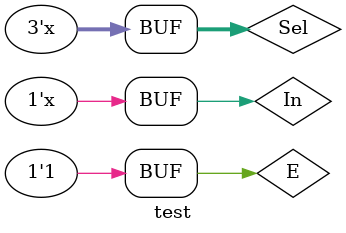
<source format=v>
`timescale 1ns / 1ps


module test;

	// Inputs
	reg In, E;
	reg [2:0] Sel;

	// Outputs
	wire [7:0] Out;

	// Instantiate the Unit Under Test (UUT)
	Demux1to8 uut (
		.E(E),
		.In(In), 
		.Sel(Sel), 
		.Out(Out)
	);

	initial begin
		// Initialize Inputs
		In = 1;
		Sel = 1;
		E=0;
		// Wait 100 ns for global reset to finish
		#500;
		E = 1;

		// Add stimulus here

	end
	always
		begin
		In=~In;
		#10;
	end
	always
		begin
		Sel = Sel+1;
		#100;
     end
endmodule


</source>
